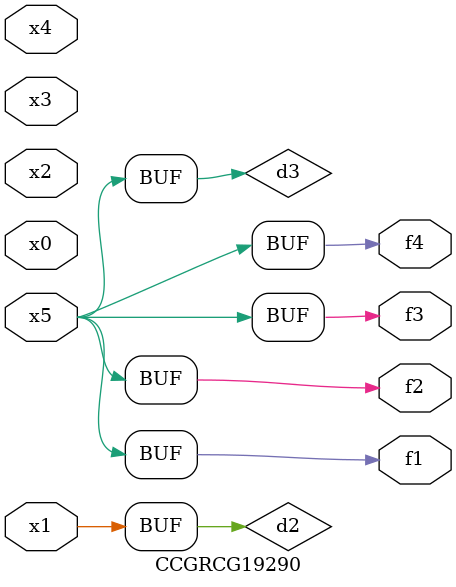
<source format=v>
module CCGRCG19290(
	input x0, x1, x2, x3, x4, x5,
	output f1, f2, f3, f4
);

	wire d1, d2, d3;

	not (d1, x5);
	or (d2, x1);
	xnor (d3, d1);
	assign f1 = d3;
	assign f2 = d3;
	assign f3 = d3;
	assign f4 = d3;
endmodule

</source>
